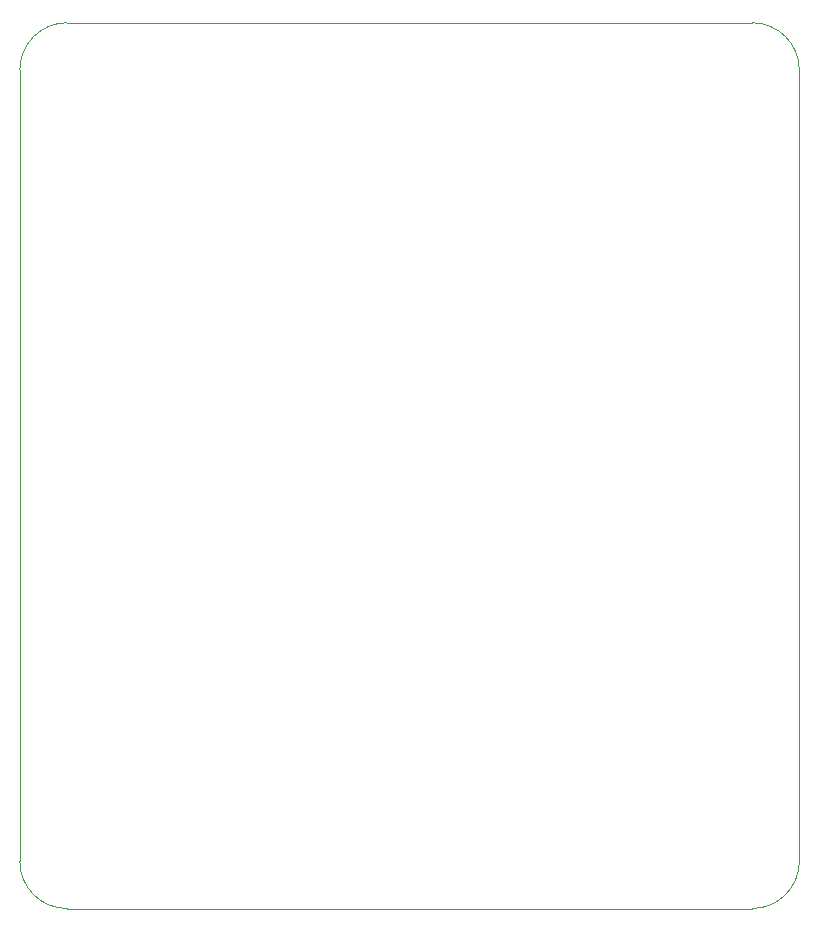
<source format=gm1>
G04 #@! TF.GenerationSoftware,KiCad,Pcbnew,8.0.5-1.fc40*
G04 #@! TF.CreationDate,2024-11-12T17:34:32-08:00*
G04 #@! TF.ProjectId,2024-supercon-sign-sao,32303234-2d73-4757-9065-72636f6e2d73,rev?*
G04 #@! TF.SameCoordinates,Original*
G04 #@! TF.FileFunction,Profile,NP*
%FSLAX46Y46*%
G04 Gerber Fmt 4.6, Leading zero omitted, Abs format (unit mm)*
G04 Created by KiCad (PCBNEW 8.0.5-1.fc40) date 2024-11-12 17:34:32*
%MOMM*%
%LPD*%
G01*
G04 APERTURE LIST*
G04 #@! TA.AperFunction,Profile*
%ADD10C,0.050000*%
G04 #@! TD*
G04 APERTURE END LIST*
D10*
X97000000Y-141000000D02*
X155000000Y-141000000D01*
X97000000Y-141000000D02*
G75*
G02*
X93000000Y-137000000I0J4000000D01*
G01*
X93000000Y-70000000D02*
X93000000Y-137000000D01*
X159000000Y-70000000D02*
X159000000Y-137000000D01*
X159000000Y-137000000D02*
G75*
G02*
X155000000Y-141000000I-4000000J0D01*
G01*
X155000000Y-66000000D02*
X97000000Y-66000000D01*
X155000000Y-66000000D02*
G75*
G02*
X159000000Y-70000000I0J-4000000D01*
G01*
X93000000Y-70000000D02*
G75*
G02*
X97000000Y-66000000I4000000J0D01*
G01*
M02*

</source>
